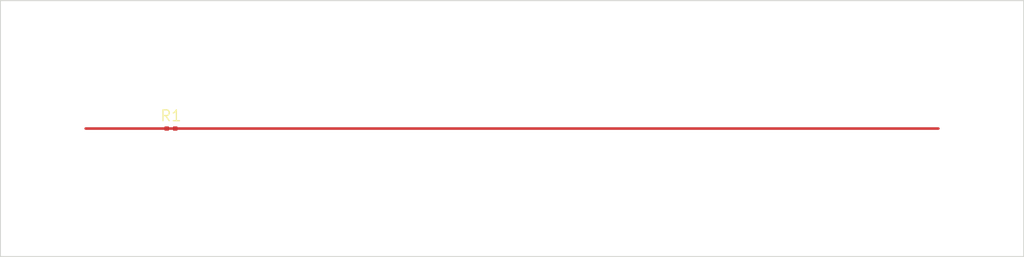
<source format=kicad_pcb>
(kicad_pcb (version 20240108) (generator "pcbnew")
  (layers (0 "F.Cu" signal) (31 "B.Cu" signal) (44 "Edge.Cuts" user))
  (net 0 "")
  (net 1 "GND")
  (gr_line (start 0 0) (end 120 0) (stroke (width 0.1)) (layer "Edge.Cuts"))
  (gr_line (start 120 0) (end 120 30) (stroke (width 0.1)) (layer "Edge.Cuts"))
  (gr_line (start 120 30) (end 0 30) (stroke (width 0.1)) (layer "Edge.Cuts"))
  (gr_line (start 0 30) (end 0 0) (stroke (width 0.1)) (layer "Edge.Cuts"))
  (segment (start 10 15) (end 110 15) (width 0.3) (layer "F.Cu") (net 1))
  (footprint "Resistor_SMD:R_0402_1005Metric" (layer "F.Cu") (at 20 15)
    (property "Reference" "R1" (at 0 -1.5 0) (layer "F.SilkS"))
    (property "Value" "10k")
    (pad "1" smd rect (at -0.5 0) (size 0.5 0.5) (layers "F.Cu" "F.Paste" "F.Mask"))
    (pad "2" smd rect (at 0.5 0) (size 0.5 0.5) (layers "F.Cu" "F.Paste" "F.Mask"))
  )
)
</source>
